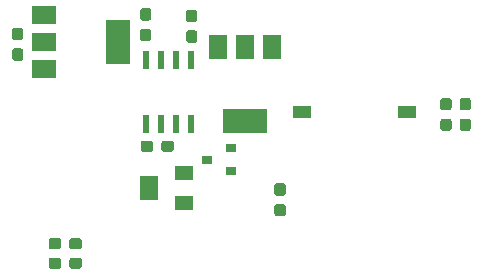
<source format=gbr>
G04 #@! TF.GenerationSoftware,KiCad,Pcbnew,5.0.2+dfsg1-1*
G04 #@! TF.CreationDate,2020-04-05T23:11:44-04:00*
G04 #@! TF.ProjectId,vreg-741,76726567-2d37-4343-912e-6b696361645f,rev?*
G04 #@! TF.SameCoordinates,Original*
G04 #@! TF.FileFunction,Paste,Top*
G04 #@! TF.FilePolarity,Positive*
%FSLAX46Y46*%
G04 Gerber Fmt 4.6, Leading zero omitted, Abs format (unit mm)*
G04 Created by KiCad (PCBNEW 5.0.2+dfsg1-1) date Sun 05 Apr 2020 11:11:44 PM EDT*
%MOMM*%
%LPD*%
G01*
G04 APERTURE LIST*
%ADD10R,1.500000X1.100000*%
%ADD11C,0.100000*%
%ADD12C,0.950000*%
%ADD13R,0.600000X1.550000*%
%ADD14R,3.800000X2.000000*%
%ADD15R,1.500000X2.000000*%
%ADD16R,0.900000X0.800000*%
%ADD17R,2.000000X3.800000*%
%ADD18R,2.000000X1.500000*%
%ADD19R,1.600000X1.300000*%
%ADD20R,1.600000X2.000000*%
G04 APERTURE END LIST*
D10*
G04 #@! TO.C,SW1*
X203890800Y-76860400D03*
X194990800Y-76860400D03*
G04 #@! TD*
D11*
G04 #@! TO.C,D1*
G36*
X176150139Y-89188144D02*
X176173194Y-89191563D01*
X176195803Y-89197227D01*
X176217747Y-89205079D01*
X176238817Y-89215044D01*
X176258808Y-89227026D01*
X176277528Y-89240910D01*
X176294798Y-89256562D01*
X176310450Y-89273832D01*
X176324334Y-89292552D01*
X176336316Y-89312543D01*
X176346281Y-89333613D01*
X176354133Y-89355557D01*
X176359797Y-89378166D01*
X176363216Y-89401221D01*
X176364360Y-89424500D01*
X176364360Y-89899500D01*
X176363216Y-89922779D01*
X176359797Y-89945834D01*
X176354133Y-89968443D01*
X176346281Y-89990387D01*
X176336316Y-90011457D01*
X176324334Y-90031448D01*
X176310450Y-90050168D01*
X176294798Y-90067438D01*
X176277528Y-90083090D01*
X176258808Y-90096974D01*
X176238817Y-90108956D01*
X176217747Y-90118921D01*
X176195803Y-90126773D01*
X176173194Y-90132437D01*
X176150139Y-90135856D01*
X176126860Y-90137000D01*
X175551860Y-90137000D01*
X175528581Y-90135856D01*
X175505526Y-90132437D01*
X175482917Y-90126773D01*
X175460973Y-90118921D01*
X175439903Y-90108956D01*
X175419912Y-90096974D01*
X175401192Y-90083090D01*
X175383922Y-90067438D01*
X175368270Y-90050168D01*
X175354386Y-90031448D01*
X175342404Y-90011457D01*
X175332439Y-89990387D01*
X175324587Y-89968443D01*
X175318923Y-89945834D01*
X175315504Y-89922779D01*
X175314360Y-89899500D01*
X175314360Y-89424500D01*
X175315504Y-89401221D01*
X175318923Y-89378166D01*
X175324587Y-89355557D01*
X175332439Y-89333613D01*
X175342404Y-89312543D01*
X175354386Y-89292552D01*
X175368270Y-89273832D01*
X175383922Y-89256562D01*
X175401192Y-89240910D01*
X175419912Y-89227026D01*
X175439903Y-89215044D01*
X175460973Y-89205079D01*
X175482917Y-89197227D01*
X175505526Y-89191563D01*
X175528581Y-89188144D01*
X175551860Y-89187000D01*
X176126860Y-89187000D01*
X176150139Y-89188144D01*
X176150139Y-89188144D01*
G37*
D12*
X175839360Y-89662000D03*
D11*
G36*
X174400139Y-89188144D02*
X174423194Y-89191563D01*
X174445803Y-89197227D01*
X174467747Y-89205079D01*
X174488817Y-89215044D01*
X174508808Y-89227026D01*
X174527528Y-89240910D01*
X174544798Y-89256562D01*
X174560450Y-89273832D01*
X174574334Y-89292552D01*
X174586316Y-89312543D01*
X174596281Y-89333613D01*
X174604133Y-89355557D01*
X174609797Y-89378166D01*
X174613216Y-89401221D01*
X174614360Y-89424500D01*
X174614360Y-89899500D01*
X174613216Y-89922779D01*
X174609797Y-89945834D01*
X174604133Y-89968443D01*
X174596281Y-89990387D01*
X174586316Y-90011457D01*
X174574334Y-90031448D01*
X174560450Y-90050168D01*
X174544798Y-90067438D01*
X174527528Y-90083090D01*
X174508808Y-90096974D01*
X174488817Y-90108956D01*
X174467747Y-90118921D01*
X174445803Y-90126773D01*
X174423194Y-90132437D01*
X174400139Y-90135856D01*
X174376860Y-90137000D01*
X173801860Y-90137000D01*
X173778581Y-90135856D01*
X173755526Y-90132437D01*
X173732917Y-90126773D01*
X173710973Y-90118921D01*
X173689903Y-90108956D01*
X173669912Y-90096974D01*
X173651192Y-90083090D01*
X173633922Y-90067438D01*
X173618270Y-90050168D01*
X173604386Y-90031448D01*
X173592404Y-90011457D01*
X173582439Y-89990387D01*
X173574587Y-89968443D01*
X173568923Y-89945834D01*
X173565504Y-89922779D01*
X173564360Y-89899500D01*
X173564360Y-89424500D01*
X173565504Y-89401221D01*
X173568923Y-89378166D01*
X173574587Y-89355557D01*
X173582439Y-89333613D01*
X173592404Y-89312543D01*
X173604386Y-89292552D01*
X173618270Y-89273832D01*
X173633922Y-89256562D01*
X173651192Y-89240910D01*
X173669912Y-89227026D01*
X173689903Y-89215044D01*
X173710973Y-89205079D01*
X173732917Y-89197227D01*
X173755526Y-89191563D01*
X173778581Y-89188144D01*
X173801860Y-89187000D01*
X174376860Y-89187000D01*
X174400139Y-89188144D01*
X174400139Y-89188144D01*
G37*
D12*
X174089360Y-89662000D03*
G04 #@! TD*
D11*
G04 #@! TO.C,D2*
G36*
X209086879Y-75666044D02*
X209109934Y-75669463D01*
X209132543Y-75675127D01*
X209154487Y-75682979D01*
X209175557Y-75692944D01*
X209195548Y-75704926D01*
X209214268Y-75718810D01*
X209231538Y-75734462D01*
X209247190Y-75751732D01*
X209261074Y-75770452D01*
X209273056Y-75790443D01*
X209283021Y-75811513D01*
X209290873Y-75833457D01*
X209296537Y-75856066D01*
X209299956Y-75879121D01*
X209301100Y-75902400D01*
X209301100Y-76477400D01*
X209299956Y-76500679D01*
X209296537Y-76523734D01*
X209290873Y-76546343D01*
X209283021Y-76568287D01*
X209273056Y-76589357D01*
X209261074Y-76609348D01*
X209247190Y-76628068D01*
X209231538Y-76645338D01*
X209214268Y-76660990D01*
X209195548Y-76674874D01*
X209175557Y-76686856D01*
X209154487Y-76696821D01*
X209132543Y-76704673D01*
X209109934Y-76710337D01*
X209086879Y-76713756D01*
X209063600Y-76714900D01*
X208588600Y-76714900D01*
X208565321Y-76713756D01*
X208542266Y-76710337D01*
X208519657Y-76704673D01*
X208497713Y-76696821D01*
X208476643Y-76686856D01*
X208456652Y-76674874D01*
X208437932Y-76660990D01*
X208420662Y-76645338D01*
X208405010Y-76628068D01*
X208391126Y-76609348D01*
X208379144Y-76589357D01*
X208369179Y-76568287D01*
X208361327Y-76546343D01*
X208355663Y-76523734D01*
X208352244Y-76500679D01*
X208351100Y-76477400D01*
X208351100Y-75902400D01*
X208352244Y-75879121D01*
X208355663Y-75856066D01*
X208361327Y-75833457D01*
X208369179Y-75811513D01*
X208379144Y-75790443D01*
X208391126Y-75770452D01*
X208405010Y-75751732D01*
X208420662Y-75734462D01*
X208437932Y-75718810D01*
X208456652Y-75704926D01*
X208476643Y-75692944D01*
X208497713Y-75682979D01*
X208519657Y-75675127D01*
X208542266Y-75669463D01*
X208565321Y-75666044D01*
X208588600Y-75664900D01*
X209063600Y-75664900D01*
X209086879Y-75666044D01*
X209086879Y-75666044D01*
G37*
D12*
X208826100Y-76189900D03*
D11*
G36*
X209086879Y-77416044D02*
X209109934Y-77419463D01*
X209132543Y-77425127D01*
X209154487Y-77432979D01*
X209175557Y-77442944D01*
X209195548Y-77454926D01*
X209214268Y-77468810D01*
X209231538Y-77484462D01*
X209247190Y-77501732D01*
X209261074Y-77520452D01*
X209273056Y-77540443D01*
X209283021Y-77561513D01*
X209290873Y-77583457D01*
X209296537Y-77606066D01*
X209299956Y-77629121D01*
X209301100Y-77652400D01*
X209301100Y-78227400D01*
X209299956Y-78250679D01*
X209296537Y-78273734D01*
X209290873Y-78296343D01*
X209283021Y-78318287D01*
X209273056Y-78339357D01*
X209261074Y-78359348D01*
X209247190Y-78378068D01*
X209231538Y-78395338D01*
X209214268Y-78410990D01*
X209195548Y-78424874D01*
X209175557Y-78436856D01*
X209154487Y-78446821D01*
X209132543Y-78454673D01*
X209109934Y-78460337D01*
X209086879Y-78463756D01*
X209063600Y-78464900D01*
X208588600Y-78464900D01*
X208565321Y-78463756D01*
X208542266Y-78460337D01*
X208519657Y-78454673D01*
X208497713Y-78446821D01*
X208476643Y-78436856D01*
X208456652Y-78424874D01*
X208437932Y-78410990D01*
X208420662Y-78395338D01*
X208405010Y-78378068D01*
X208391126Y-78359348D01*
X208379144Y-78339357D01*
X208369179Y-78318287D01*
X208361327Y-78296343D01*
X208355663Y-78273734D01*
X208352244Y-78250679D01*
X208351100Y-78227400D01*
X208351100Y-77652400D01*
X208352244Y-77629121D01*
X208355663Y-77606066D01*
X208361327Y-77583457D01*
X208369179Y-77561513D01*
X208379144Y-77540443D01*
X208391126Y-77520452D01*
X208405010Y-77501732D01*
X208420662Y-77484462D01*
X208437932Y-77468810D01*
X208456652Y-77454926D01*
X208476643Y-77442944D01*
X208497713Y-77432979D01*
X208519657Y-77425127D01*
X208542266Y-77419463D01*
X208565321Y-77416044D01*
X208588600Y-77414900D01*
X209063600Y-77414900D01*
X209086879Y-77416044D01*
X209086879Y-77416044D01*
G37*
D12*
X208826100Y-77939900D03*
G04 #@! TD*
D13*
G04 #@! TO.C,U1*
X181820500Y-77837500D03*
X183090500Y-77837500D03*
X184360500Y-77837500D03*
X185630500Y-77837500D03*
X185630500Y-72437500D03*
X184360500Y-72437500D03*
X183090500Y-72437500D03*
X181820500Y-72437500D03*
G04 #@! TD*
D14*
G04 #@! TO.C,Q2*
X190182500Y-77635500D03*
D15*
X190182500Y-71335500D03*
X187882500Y-71335500D03*
X192482500Y-71335500D03*
G04 #@! TD*
D16*
G04 #@! TO.C,D3*
X188960000Y-81849000D03*
X188960000Y-79949000D03*
X186960000Y-80899000D03*
G04 #@! TD*
D11*
G04 #@! TO.C,C1*
G36*
X193415079Y-82891044D02*
X193438134Y-82894463D01*
X193460743Y-82900127D01*
X193482687Y-82907979D01*
X193503757Y-82917944D01*
X193523748Y-82929926D01*
X193542468Y-82943810D01*
X193559738Y-82959462D01*
X193575390Y-82976732D01*
X193589274Y-82995452D01*
X193601256Y-83015443D01*
X193611221Y-83036513D01*
X193619073Y-83058457D01*
X193624737Y-83081066D01*
X193628156Y-83104121D01*
X193629300Y-83127400D01*
X193629300Y-83702400D01*
X193628156Y-83725679D01*
X193624737Y-83748734D01*
X193619073Y-83771343D01*
X193611221Y-83793287D01*
X193601256Y-83814357D01*
X193589274Y-83834348D01*
X193575390Y-83853068D01*
X193559738Y-83870338D01*
X193542468Y-83885990D01*
X193523748Y-83899874D01*
X193503757Y-83911856D01*
X193482687Y-83921821D01*
X193460743Y-83929673D01*
X193438134Y-83935337D01*
X193415079Y-83938756D01*
X193391800Y-83939900D01*
X192916800Y-83939900D01*
X192893521Y-83938756D01*
X192870466Y-83935337D01*
X192847857Y-83929673D01*
X192825913Y-83921821D01*
X192804843Y-83911856D01*
X192784852Y-83899874D01*
X192766132Y-83885990D01*
X192748862Y-83870338D01*
X192733210Y-83853068D01*
X192719326Y-83834348D01*
X192707344Y-83814357D01*
X192697379Y-83793287D01*
X192689527Y-83771343D01*
X192683863Y-83748734D01*
X192680444Y-83725679D01*
X192679300Y-83702400D01*
X192679300Y-83127400D01*
X192680444Y-83104121D01*
X192683863Y-83081066D01*
X192689527Y-83058457D01*
X192697379Y-83036513D01*
X192707344Y-83015443D01*
X192719326Y-82995452D01*
X192733210Y-82976732D01*
X192748862Y-82959462D01*
X192766132Y-82943810D01*
X192784852Y-82929926D01*
X192804843Y-82917944D01*
X192825913Y-82907979D01*
X192847857Y-82900127D01*
X192870466Y-82894463D01*
X192893521Y-82891044D01*
X192916800Y-82889900D01*
X193391800Y-82889900D01*
X193415079Y-82891044D01*
X193415079Y-82891044D01*
G37*
D12*
X193154300Y-83414900D03*
D11*
G36*
X193415079Y-84641044D02*
X193438134Y-84644463D01*
X193460743Y-84650127D01*
X193482687Y-84657979D01*
X193503757Y-84667944D01*
X193523748Y-84679926D01*
X193542468Y-84693810D01*
X193559738Y-84709462D01*
X193575390Y-84726732D01*
X193589274Y-84745452D01*
X193601256Y-84765443D01*
X193611221Y-84786513D01*
X193619073Y-84808457D01*
X193624737Y-84831066D01*
X193628156Y-84854121D01*
X193629300Y-84877400D01*
X193629300Y-85452400D01*
X193628156Y-85475679D01*
X193624737Y-85498734D01*
X193619073Y-85521343D01*
X193611221Y-85543287D01*
X193601256Y-85564357D01*
X193589274Y-85584348D01*
X193575390Y-85603068D01*
X193559738Y-85620338D01*
X193542468Y-85635990D01*
X193523748Y-85649874D01*
X193503757Y-85661856D01*
X193482687Y-85671821D01*
X193460743Y-85679673D01*
X193438134Y-85685337D01*
X193415079Y-85688756D01*
X193391800Y-85689900D01*
X192916800Y-85689900D01*
X192893521Y-85688756D01*
X192870466Y-85685337D01*
X192847857Y-85679673D01*
X192825913Y-85671821D01*
X192804843Y-85661856D01*
X192784852Y-85649874D01*
X192766132Y-85635990D01*
X192748862Y-85620338D01*
X192733210Y-85603068D01*
X192719326Y-85584348D01*
X192707344Y-85564357D01*
X192697379Y-85543287D01*
X192689527Y-85521343D01*
X192683863Y-85498734D01*
X192680444Y-85475679D01*
X192679300Y-85452400D01*
X192679300Y-84877400D01*
X192680444Y-84854121D01*
X192683863Y-84831066D01*
X192689527Y-84808457D01*
X192697379Y-84786513D01*
X192707344Y-84765443D01*
X192719326Y-84745452D01*
X192733210Y-84726732D01*
X192748862Y-84709462D01*
X192766132Y-84693810D01*
X192784852Y-84679926D01*
X192804843Y-84667944D01*
X192825913Y-84657979D01*
X192847857Y-84650127D01*
X192870466Y-84644463D01*
X192893521Y-84641044D01*
X192916800Y-84639900D01*
X193391800Y-84639900D01*
X193415079Y-84641044D01*
X193415079Y-84641044D01*
G37*
D12*
X193154300Y-85164900D03*
G04 #@! TD*
D11*
G04 #@! TO.C,C2*
G36*
X183938779Y-79282144D02*
X183961834Y-79285563D01*
X183984443Y-79291227D01*
X184006387Y-79299079D01*
X184027457Y-79309044D01*
X184047448Y-79321026D01*
X184066168Y-79334910D01*
X184083438Y-79350562D01*
X184099090Y-79367832D01*
X184112974Y-79386552D01*
X184124956Y-79406543D01*
X184134921Y-79427613D01*
X184142773Y-79449557D01*
X184148437Y-79472166D01*
X184151856Y-79495221D01*
X184153000Y-79518500D01*
X184153000Y-79993500D01*
X184151856Y-80016779D01*
X184148437Y-80039834D01*
X184142773Y-80062443D01*
X184134921Y-80084387D01*
X184124956Y-80105457D01*
X184112974Y-80125448D01*
X184099090Y-80144168D01*
X184083438Y-80161438D01*
X184066168Y-80177090D01*
X184047448Y-80190974D01*
X184027457Y-80202956D01*
X184006387Y-80212921D01*
X183984443Y-80220773D01*
X183961834Y-80226437D01*
X183938779Y-80229856D01*
X183915500Y-80231000D01*
X183340500Y-80231000D01*
X183317221Y-80229856D01*
X183294166Y-80226437D01*
X183271557Y-80220773D01*
X183249613Y-80212921D01*
X183228543Y-80202956D01*
X183208552Y-80190974D01*
X183189832Y-80177090D01*
X183172562Y-80161438D01*
X183156910Y-80144168D01*
X183143026Y-80125448D01*
X183131044Y-80105457D01*
X183121079Y-80084387D01*
X183113227Y-80062443D01*
X183107563Y-80039834D01*
X183104144Y-80016779D01*
X183103000Y-79993500D01*
X183103000Y-79518500D01*
X183104144Y-79495221D01*
X183107563Y-79472166D01*
X183113227Y-79449557D01*
X183121079Y-79427613D01*
X183131044Y-79406543D01*
X183143026Y-79386552D01*
X183156910Y-79367832D01*
X183172562Y-79350562D01*
X183189832Y-79334910D01*
X183208552Y-79321026D01*
X183228543Y-79309044D01*
X183249613Y-79299079D01*
X183271557Y-79291227D01*
X183294166Y-79285563D01*
X183317221Y-79282144D01*
X183340500Y-79281000D01*
X183915500Y-79281000D01*
X183938779Y-79282144D01*
X183938779Y-79282144D01*
G37*
D12*
X183628000Y-79756000D03*
D11*
G36*
X182188779Y-79282144D02*
X182211834Y-79285563D01*
X182234443Y-79291227D01*
X182256387Y-79299079D01*
X182277457Y-79309044D01*
X182297448Y-79321026D01*
X182316168Y-79334910D01*
X182333438Y-79350562D01*
X182349090Y-79367832D01*
X182362974Y-79386552D01*
X182374956Y-79406543D01*
X182384921Y-79427613D01*
X182392773Y-79449557D01*
X182398437Y-79472166D01*
X182401856Y-79495221D01*
X182403000Y-79518500D01*
X182403000Y-79993500D01*
X182401856Y-80016779D01*
X182398437Y-80039834D01*
X182392773Y-80062443D01*
X182384921Y-80084387D01*
X182374956Y-80105457D01*
X182362974Y-80125448D01*
X182349090Y-80144168D01*
X182333438Y-80161438D01*
X182316168Y-80177090D01*
X182297448Y-80190974D01*
X182277457Y-80202956D01*
X182256387Y-80212921D01*
X182234443Y-80220773D01*
X182211834Y-80226437D01*
X182188779Y-80229856D01*
X182165500Y-80231000D01*
X181590500Y-80231000D01*
X181567221Y-80229856D01*
X181544166Y-80226437D01*
X181521557Y-80220773D01*
X181499613Y-80212921D01*
X181478543Y-80202956D01*
X181458552Y-80190974D01*
X181439832Y-80177090D01*
X181422562Y-80161438D01*
X181406910Y-80144168D01*
X181393026Y-80125448D01*
X181381044Y-80105457D01*
X181371079Y-80084387D01*
X181363227Y-80062443D01*
X181357563Y-80039834D01*
X181354144Y-80016779D01*
X181353000Y-79993500D01*
X181353000Y-79518500D01*
X181354144Y-79495221D01*
X181357563Y-79472166D01*
X181363227Y-79449557D01*
X181371079Y-79427613D01*
X181381044Y-79406543D01*
X181393026Y-79386552D01*
X181406910Y-79367832D01*
X181422562Y-79350562D01*
X181439832Y-79334910D01*
X181458552Y-79321026D01*
X181478543Y-79309044D01*
X181499613Y-79299079D01*
X181521557Y-79291227D01*
X181544166Y-79285563D01*
X181567221Y-79282144D01*
X181590500Y-79281000D01*
X182165500Y-79281000D01*
X182188779Y-79282144D01*
X182188779Y-79282144D01*
G37*
D12*
X181878000Y-79756000D03*
G04 #@! TD*
D11*
G04 #@! TO.C,C3*
G36*
X185934779Y-69947144D02*
X185957834Y-69950563D01*
X185980443Y-69956227D01*
X186002387Y-69964079D01*
X186023457Y-69974044D01*
X186043448Y-69986026D01*
X186062168Y-69999910D01*
X186079438Y-70015562D01*
X186095090Y-70032832D01*
X186108974Y-70051552D01*
X186120956Y-70071543D01*
X186130921Y-70092613D01*
X186138773Y-70114557D01*
X186144437Y-70137166D01*
X186147856Y-70160221D01*
X186149000Y-70183500D01*
X186149000Y-70758500D01*
X186147856Y-70781779D01*
X186144437Y-70804834D01*
X186138773Y-70827443D01*
X186130921Y-70849387D01*
X186120956Y-70870457D01*
X186108974Y-70890448D01*
X186095090Y-70909168D01*
X186079438Y-70926438D01*
X186062168Y-70942090D01*
X186043448Y-70955974D01*
X186023457Y-70967956D01*
X186002387Y-70977921D01*
X185980443Y-70985773D01*
X185957834Y-70991437D01*
X185934779Y-70994856D01*
X185911500Y-70996000D01*
X185436500Y-70996000D01*
X185413221Y-70994856D01*
X185390166Y-70991437D01*
X185367557Y-70985773D01*
X185345613Y-70977921D01*
X185324543Y-70967956D01*
X185304552Y-70955974D01*
X185285832Y-70942090D01*
X185268562Y-70926438D01*
X185252910Y-70909168D01*
X185239026Y-70890448D01*
X185227044Y-70870457D01*
X185217079Y-70849387D01*
X185209227Y-70827443D01*
X185203563Y-70804834D01*
X185200144Y-70781779D01*
X185199000Y-70758500D01*
X185199000Y-70183500D01*
X185200144Y-70160221D01*
X185203563Y-70137166D01*
X185209227Y-70114557D01*
X185217079Y-70092613D01*
X185227044Y-70071543D01*
X185239026Y-70051552D01*
X185252910Y-70032832D01*
X185268562Y-70015562D01*
X185285832Y-69999910D01*
X185304552Y-69986026D01*
X185324543Y-69974044D01*
X185345613Y-69964079D01*
X185367557Y-69956227D01*
X185390166Y-69950563D01*
X185413221Y-69947144D01*
X185436500Y-69946000D01*
X185911500Y-69946000D01*
X185934779Y-69947144D01*
X185934779Y-69947144D01*
G37*
D12*
X185674000Y-70471000D03*
D11*
G36*
X185934779Y-68197144D02*
X185957834Y-68200563D01*
X185980443Y-68206227D01*
X186002387Y-68214079D01*
X186023457Y-68224044D01*
X186043448Y-68236026D01*
X186062168Y-68249910D01*
X186079438Y-68265562D01*
X186095090Y-68282832D01*
X186108974Y-68301552D01*
X186120956Y-68321543D01*
X186130921Y-68342613D01*
X186138773Y-68364557D01*
X186144437Y-68387166D01*
X186147856Y-68410221D01*
X186149000Y-68433500D01*
X186149000Y-69008500D01*
X186147856Y-69031779D01*
X186144437Y-69054834D01*
X186138773Y-69077443D01*
X186130921Y-69099387D01*
X186120956Y-69120457D01*
X186108974Y-69140448D01*
X186095090Y-69159168D01*
X186079438Y-69176438D01*
X186062168Y-69192090D01*
X186043448Y-69205974D01*
X186023457Y-69217956D01*
X186002387Y-69227921D01*
X185980443Y-69235773D01*
X185957834Y-69241437D01*
X185934779Y-69244856D01*
X185911500Y-69246000D01*
X185436500Y-69246000D01*
X185413221Y-69244856D01*
X185390166Y-69241437D01*
X185367557Y-69235773D01*
X185345613Y-69227921D01*
X185324543Y-69217956D01*
X185304552Y-69205974D01*
X185285832Y-69192090D01*
X185268562Y-69176438D01*
X185252910Y-69159168D01*
X185239026Y-69140448D01*
X185227044Y-69120457D01*
X185217079Y-69099387D01*
X185209227Y-69077443D01*
X185203563Y-69054834D01*
X185200144Y-69031779D01*
X185199000Y-69008500D01*
X185199000Y-68433500D01*
X185200144Y-68410221D01*
X185203563Y-68387166D01*
X185209227Y-68364557D01*
X185217079Y-68342613D01*
X185227044Y-68321543D01*
X185239026Y-68301552D01*
X185252910Y-68282832D01*
X185268562Y-68265562D01*
X185285832Y-68249910D01*
X185304552Y-68236026D01*
X185324543Y-68224044D01*
X185345613Y-68214079D01*
X185367557Y-68206227D01*
X185390166Y-68200563D01*
X185413221Y-68197144D01*
X185436500Y-68196000D01*
X185911500Y-68196000D01*
X185934779Y-68197144D01*
X185934779Y-68197144D01*
G37*
D12*
X185674000Y-68721000D03*
G04 #@! TD*
D11*
G04 #@! TO.C,R1*
G36*
X176150139Y-87535933D02*
X176173194Y-87539352D01*
X176195803Y-87545016D01*
X176217747Y-87552868D01*
X176238817Y-87562833D01*
X176258808Y-87574815D01*
X176277528Y-87588699D01*
X176294798Y-87604351D01*
X176310450Y-87621621D01*
X176324334Y-87640341D01*
X176336316Y-87660332D01*
X176346281Y-87681402D01*
X176354133Y-87703346D01*
X176359797Y-87725955D01*
X176363216Y-87749010D01*
X176364360Y-87772289D01*
X176364360Y-88247289D01*
X176363216Y-88270568D01*
X176359797Y-88293623D01*
X176354133Y-88316232D01*
X176346281Y-88338176D01*
X176336316Y-88359246D01*
X176324334Y-88379237D01*
X176310450Y-88397957D01*
X176294798Y-88415227D01*
X176277528Y-88430879D01*
X176258808Y-88444763D01*
X176238817Y-88456745D01*
X176217747Y-88466710D01*
X176195803Y-88474562D01*
X176173194Y-88480226D01*
X176150139Y-88483645D01*
X176126860Y-88484789D01*
X175551860Y-88484789D01*
X175528581Y-88483645D01*
X175505526Y-88480226D01*
X175482917Y-88474562D01*
X175460973Y-88466710D01*
X175439903Y-88456745D01*
X175419912Y-88444763D01*
X175401192Y-88430879D01*
X175383922Y-88415227D01*
X175368270Y-88397957D01*
X175354386Y-88379237D01*
X175342404Y-88359246D01*
X175332439Y-88338176D01*
X175324587Y-88316232D01*
X175318923Y-88293623D01*
X175315504Y-88270568D01*
X175314360Y-88247289D01*
X175314360Y-87772289D01*
X175315504Y-87749010D01*
X175318923Y-87725955D01*
X175324587Y-87703346D01*
X175332439Y-87681402D01*
X175342404Y-87660332D01*
X175354386Y-87640341D01*
X175368270Y-87621621D01*
X175383922Y-87604351D01*
X175401192Y-87588699D01*
X175419912Y-87574815D01*
X175439903Y-87562833D01*
X175460973Y-87552868D01*
X175482917Y-87545016D01*
X175505526Y-87539352D01*
X175528581Y-87535933D01*
X175551860Y-87534789D01*
X176126860Y-87534789D01*
X176150139Y-87535933D01*
X176150139Y-87535933D01*
G37*
D12*
X175839360Y-88009789D03*
D11*
G36*
X174400139Y-87535933D02*
X174423194Y-87539352D01*
X174445803Y-87545016D01*
X174467747Y-87552868D01*
X174488817Y-87562833D01*
X174508808Y-87574815D01*
X174527528Y-87588699D01*
X174544798Y-87604351D01*
X174560450Y-87621621D01*
X174574334Y-87640341D01*
X174586316Y-87660332D01*
X174596281Y-87681402D01*
X174604133Y-87703346D01*
X174609797Y-87725955D01*
X174613216Y-87749010D01*
X174614360Y-87772289D01*
X174614360Y-88247289D01*
X174613216Y-88270568D01*
X174609797Y-88293623D01*
X174604133Y-88316232D01*
X174596281Y-88338176D01*
X174586316Y-88359246D01*
X174574334Y-88379237D01*
X174560450Y-88397957D01*
X174544798Y-88415227D01*
X174527528Y-88430879D01*
X174508808Y-88444763D01*
X174488817Y-88456745D01*
X174467747Y-88466710D01*
X174445803Y-88474562D01*
X174423194Y-88480226D01*
X174400139Y-88483645D01*
X174376860Y-88484789D01*
X173801860Y-88484789D01*
X173778581Y-88483645D01*
X173755526Y-88480226D01*
X173732917Y-88474562D01*
X173710973Y-88466710D01*
X173689903Y-88456745D01*
X173669912Y-88444763D01*
X173651192Y-88430879D01*
X173633922Y-88415227D01*
X173618270Y-88397957D01*
X173604386Y-88379237D01*
X173592404Y-88359246D01*
X173582439Y-88338176D01*
X173574587Y-88316232D01*
X173568923Y-88293623D01*
X173565504Y-88270568D01*
X173564360Y-88247289D01*
X173564360Y-87772289D01*
X173565504Y-87749010D01*
X173568923Y-87725955D01*
X173574587Y-87703346D01*
X173582439Y-87681402D01*
X173592404Y-87660332D01*
X173604386Y-87640341D01*
X173618270Y-87621621D01*
X173633922Y-87604351D01*
X173651192Y-87588699D01*
X173669912Y-87574815D01*
X173689903Y-87562833D01*
X173710973Y-87552868D01*
X173732917Y-87545016D01*
X173755526Y-87539352D01*
X173778581Y-87535933D01*
X173801860Y-87534789D01*
X174376860Y-87534789D01*
X174400139Y-87535933D01*
X174400139Y-87535933D01*
G37*
D12*
X174089360Y-88009789D03*
G04 #@! TD*
D11*
G04 #@! TO.C,R2*
G36*
X207461279Y-75664744D02*
X207484334Y-75668163D01*
X207506943Y-75673827D01*
X207528887Y-75681679D01*
X207549957Y-75691644D01*
X207569948Y-75703626D01*
X207588668Y-75717510D01*
X207605938Y-75733162D01*
X207621590Y-75750432D01*
X207635474Y-75769152D01*
X207647456Y-75789143D01*
X207657421Y-75810213D01*
X207665273Y-75832157D01*
X207670937Y-75854766D01*
X207674356Y-75877821D01*
X207675500Y-75901100D01*
X207675500Y-76476100D01*
X207674356Y-76499379D01*
X207670937Y-76522434D01*
X207665273Y-76545043D01*
X207657421Y-76566987D01*
X207647456Y-76588057D01*
X207635474Y-76608048D01*
X207621590Y-76626768D01*
X207605938Y-76644038D01*
X207588668Y-76659690D01*
X207569948Y-76673574D01*
X207549957Y-76685556D01*
X207528887Y-76695521D01*
X207506943Y-76703373D01*
X207484334Y-76709037D01*
X207461279Y-76712456D01*
X207438000Y-76713600D01*
X206963000Y-76713600D01*
X206939721Y-76712456D01*
X206916666Y-76709037D01*
X206894057Y-76703373D01*
X206872113Y-76695521D01*
X206851043Y-76685556D01*
X206831052Y-76673574D01*
X206812332Y-76659690D01*
X206795062Y-76644038D01*
X206779410Y-76626768D01*
X206765526Y-76608048D01*
X206753544Y-76588057D01*
X206743579Y-76566987D01*
X206735727Y-76545043D01*
X206730063Y-76522434D01*
X206726644Y-76499379D01*
X206725500Y-76476100D01*
X206725500Y-75901100D01*
X206726644Y-75877821D01*
X206730063Y-75854766D01*
X206735727Y-75832157D01*
X206743579Y-75810213D01*
X206753544Y-75789143D01*
X206765526Y-75769152D01*
X206779410Y-75750432D01*
X206795062Y-75733162D01*
X206812332Y-75717510D01*
X206831052Y-75703626D01*
X206851043Y-75691644D01*
X206872113Y-75681679D01*
X206894057Y-75673827D01*
X206916666Y-75668163D01*
X206939721Y-75664744D01*
X206963000Y-75663600D01*
X207438000Y-75663600D01*
X207461279Y-75664744D01*
X207461279Y-75664744D01*
G37*
D12*
X207200500Y-76188600D03*
D11*
G36*
X207461279Y-77414744D02*
X207484334Y-77418163D01*
X207506943Y-77423827D01*
X207528887Y-77431679D01*
X207549957Y-77441644D01*
X207569948Y-77453626D01*
X207588668Y-77467510D01*
X207605938Y-77483162D01*
X207621590Y-77500432D01*
X207635474Y-77519152D01*
X207647456Y-77539143D01*
X207657421Y-77560213D01*
X207665273Y-77582157D01*
X207670937Y-77604766D01*
X207674356Y-77627821D01*
X207675500Y-77651100D01*
X207675500Y-78226100D01*
X207674356Y-78249379D01*
X207670937Y-78272434D01*
X207665273Y-78295043D01*
X207657421Y-78316987D01*
X207647456Y-78338057D01*
X207635474Y-78358048D01*
X207621590Y-78376768D01*
X207605938Y-78394038D01*
X207588668Y-78409690D01*
X207569948Y-78423574D01*
X207549957Y-78435556D01*
X207528887Y-78445521D01*
X207506943Y-78453373D01*
X207484334Y-78459037D01*
X207461279Y-78462456D01*
X207438000Y-78463600D01*
X206963000Y-78463600D01*
X206939721Y-78462456D01*
X206916666Y-78459037D01*
X206894057Y-78453373D01*
X206872113Y-78445521D01*
X206851043Y-78435556D01*
X206831052Y-78423574D01*
X206812332Y-78409690D01*
X206795062Y-78394038D01*
X206779410Y-78376768D01*
X206765526Y-78358048D01*
X206753544Y-78338057D01*
X206743579Y-78316987D01*
X206735727Y-78295043D01*
X206730063Y-78272434D01*
X206726644Y-78249379D01*
X206725500Y-78226100D01*
X206725500Y-77651100D01*
X206726644Y-77627821D01*
X206730063Y-77604766D01*
X206735727Y-77582157D01*
X206743579Y-77560213D01*
X206753544Y-77539143D01*
X206765526Y-77519152D01*
X206779410Y-77500432D01*
X206795062Y-77483162D01*
X206812332Y-77467510D01*
X206831052Y-77453626D01*
X206851043Y-77441644D01*
X206872113Y-77431679D01*
X206894057Y-77423827D01*
X206916666Y-77418163D01*
X206939721Y-77414744D01*
X206963000Y-77413600D01*
X207438000Y-77413600D01*
X207461279Y-77414744D01*
X207461279Y-77414744D01*
G37*
D12*
X207200500Y-77938600D03*
G04 #@! TD*
D11*
G04 #@! TO.C,R3*
G36*
X182037779Y-69820144D02*
X182060834Y-69823563D01*
X182083443Y-69829227D01*
X182105387Y-69837079D01*
X182126457Y-69847044D01*
X182146448Y-69859026D01*
X182165168Y-69872910D01*
X182182438Y-69888562D01*
X182198090Y-69905832D01*
X182211974Y-69924552D01*
X182223956Y-69944543D01*
X182233921Y-69965613D01*
X182241773Y-69987557D01*
X182247437Y-70010166D01*
X182250856Y-70033221D01*
X182252000Y-70056500D01*
X182252000Y-70631500D01*
X182250856Y-70654779D01*
X182247437Y-70677834D01*
X182241773Y-70700443D01*
X182233921Y-70722387D01*
X182223956Y-70743457D01*
X182211974Y-70763448D01*
X182198090Y-70782168D01*
X182182438Y-70799438D01*
X182165168Y-70815090D01*
X182146448Y-70828974D01*
X182126457Y-70840956D01*
X182105387Y-70850921D01*
X182083443Y-70858773D01*
X182060834Y-70864437D01*
X182037779Y-70867856D01*
X182014500Y-70869000D01*
X181539500Y-70869000D01*
X181516221Y-70867856D01*
X181493166Y-70864437D01*
X181470557Y-70858773D01*
X181448613Y-70850921D01*
X181427543Y-70840956D01*
X181407552Y-70828974D01*
X181388832Y-70815090D01*
X181371562Y-70799438D01*
X181355910Y-70782168D01*
X181342026Y-70763448D01*
X181330044Y-70743457D01*
X181320079Y-70722387D01*
X181312227Y-70700443D01*
X181306563Y-70677834D01*
X181303144Y-70654779D01*
X181302000Y-70631500D01*
X181302000Y-70056500D01*
X181303144Y-70033221D01*
X181306563Y-70010166D01*
X181312227Y-69987557D01*
X181320079Y-69965613D01*
X181330044Y-69944543D01*
X181342026Y-69924552D01*
X181355910Y-69905832D01*
X181371562Y-69888562D01*
X181388832Y-69872910D01*
X181407552Y-69859026D01*
X181427543Y-69847044D01*
X181448613Y-69837079D01*
X181470557Y-69829227D01*
X181493166Y-69823563D01*
X181516221Y-69820144D01*
X181539500Y-69819000D01*
X182014500Y-69819000D01*
X182037779Y-69820144D01*
X182037779Y-69820144D01*
G37*
D12*
X181777000Y-70344000D03*
D11*
G36*
X182037779Y-68070144D02*
X182060834Y-68073563D01*
X182083443Y-68079227D01*
X182105387Y-68087079D01*
X182126457Y-68097044D01*
X182146448Y-68109026D01*
X182165168Y-68122910D01*
X182182438Y-68138562D01*
X182198090Y-68155832D01*
X182211974Y-68174552D01*
X182223956Y-68194543D01*
X182233921Y-68215613D01*
X182241773Y-68237557D01*
X182247437Y-68260166D01*
X182250856Y-68283221D01*
X182252000Y-68306500D01*
X182252000Y-68881500D01*
X182250856Y-68904779D01*
X182247437Y-68927834D01*
X182241773Y-68950443D01*
X182233921Y-68972387D01*
X182223956Y-68993457D01*
X182211974Y-69013448D01*
X182198090Y-69032168D01*
X182182438Y-69049438D01*
X182165168Y-69065090D01*
X182146448Y-69078974D01*
X182126457Y-69090956D01*
X182105387Y-69100921D01*
X182083443Y-69108773D01*
X182060834Y-69114437D01*
X182037779Y-69117856D01*
X182014500Y-69119000D01*
X181539500Y-69119000D01*
X181516221Y-69117856D01*
X181493166Y-69114437D01*
X181470557Y-69108773D01*
X181448613Y-69100921D01*
X181427543Y-69090956D01*
X181407552Y-69078974D01*
X181388832Y-69065090D01*
X181371562Y-69049438D01*
X181355910Y-69032168D01*
X181342026Y-69013448D01*
X181330044Y-68993457D01*
X181320079Y-68972387D01*
X181312227Y-68950443D01*
X181306563Y-68927834D01*
X181303144Y-68904779D01*
X181302000Y-68881500D01*
X181302000Y-68306500D01*
X181303144Y-68283221D01*
X181306563Y-68260166D01*
X181312227Y-68237557D01*
X181320079Y-68215613D01*
X181330044Y-68194543D01*
X181342026Y-68174552D01*
X181355910Y-68155832D01*
X181371562Y-68138562D01*
X181388832Y-68122910D01*
X181407552Y-68109026D01*
X181427543Y-68097044D01*
X181448613Y-68087079D01*
X181470557Y-68079227D01*
X181493166Y-68073563D01*
X181516221Y-68070144D01*
X181539500Y-68069000D01*
X182014500Y-68069000D01*
X182037779Y-68070144D01*
X182037779Y-68070144D01*
G37*
D12*
X181777000Y-68594000D03*
G04 #@! TD*
D17*
G04 #@! TO.C,Q1*
X179464500Y-70943500D03*
D18*
X173164500Y-70943500D03*
X173164500Y-73243500D03*
X173164500Y-68643500D03*
G04 #@! TD*
D19*
G04 #@! TO.C,RV1*
X184990400Y-84551600D03*
D20*
X182090400Y-83301600D03*
D19*
X184990400Y-82051600D03*
G04 #@! TD*
D11*
G04 #@! TO.C,R4*
G36*
X171202779Y-71471144D02*
X171225834Y-71474563D01*
X171248443Y-71480227D01*
X171270387Y-71488079D01*
X171291457Y-71498044D01*
X171311448Y-71510026D01*
X171330168Y-71523910D01*
X171347438Y-71539562D01*
X171363090Y-71556832D01*
X171376974Y-71575552D01*
X171388956Y-71595543D01*
X171398921Y-71616613D01*
X171406773Y-71638557D01*
X171412437Y-71661166D01*
X171415856Y-71684221D01*
X171417000Y-71707500D01*
X171417000Y-72282500D01*
X171415856Y-72305779D01*
X171412437Y-72328834D01*
X171406773Y-72351443D01*
X171398921Y-72373387D01*
X171388956Y-72394457D01*
X171376974Y-72414448D01*
X171363090Y-72433168D01*
X171347438Y-72450438D01*
X171330168Y-72466090D01*
X171311448Y-72479974D01*
X171291457Y-72491956D01*
X171270387Y-72501921D01*
X171248443Y-72509773D01*
X171225834Y-72515437D01*
X171202779Y-72518856D01*
X171179500Y-72520000D01*
X170704500Y-72520000D01*
X170681221Y-72518856D01*
X170658166Y-72515437D01*
X170635557Y-72509773D01*
X170613613Y-72501921D01*
X170592543Y-72491956D01*
X170572552Y-72479974D01*
X170553832Y-72466090D01*
X170536562Y-72450438D01*
X170520910Y-72433168D01*
X170507026Y-72414448D01*
X170495044Y-72394457D01*
X170485079Y-72373387D01*
X170477227Y-72351443D01*
X170471563Y-72328834D01*
X170468144Y-72305779D01*
X170467000Y-72282500D01*
X170467000Y-71707500D01*
X170468144Y-71684221D01*
X170471563Y-71661166D01*
X170477227Y-71638557D01*
X170485079Y-71616613D01*
X170495044Y-71595543D01*
X170507026Y-71575552D01*
X170520910Y-71556832D01*
X170536562Y-71539562D01*
X170553832Y-71523910D01*
X170572552Y-71510026D01*
X170592543Y-71498044D01*
X170613613Y-71488079D01*
X170635557Y-71480227D01*
X170658166Y-71474563D01*
X170681221Y-71471144D01*
X170704500Y-71470000D01*
X171179500Y-71470000D01*
X171202779Y-71471144D01*
X171202779Y-71471144D01*
G37*
D12*
X170942000Y-71995000D03*
D11*
G36*
X171202779Y-69721144D02*
X171225834Y-69724563D01*
X171248443Y-69730227D01*
X171270387Y-69738079D01*
X171291457Y-69748044D01*
X171311448Y-69760026D01*
X171330168Y-69773910D01*
X171347438Y-69789562D01*
X171363090Y-69806832D01*
X171376974Y-69825552D01*
X171388956Y-69845543D01*
X171398921Y-69866613D01*
X171406773Y-69888557D01*
X171412437Y-69911166D01*
X171415856Y-69934221D01*
X171417000Y-69957500D01*
X171417000Y-70532500D01*
X171415856Y-70555779D01*
X171412437Y-70578834D01*
X171406773Y-70601443D01*
X171398921Y-70623387D01*
X171388956Y-70644457D01*
X171376974Y-70664448D01*
X171363090Y-70683168D01*
X171347438Y-70700438D01*
X171330168Y-70716090D01*
X171311448Y-70729974D01*
X171291457Y-70741956D01*
X171270387Y-70751921D01*
X171248443Y-70759773D01*
X171225834Y-70765437D01*
X171202779Y-70768856D01*
X171179500Y-70770000D01*
X170704500Y-70770000D01*
X170681221Y-70768856D01*
X170658166Y-70765437D01*
X170635557Y-70759773D01*
X170613613Y-70751921D01*
X170592543Y-70741956D01*
X170572552Y-70729974D01*
X170553832Y-70716090D01*
X170536562Y-70700438D01*
X170520910Y-70683168D01*
X170507026Y-70664448D01*
X170495044Y-70644457D01*
X170485079Y-70623387D01*
X170477227Y-70601443D01*
X170471563Y-70578834D01*
X170468144Y-70555779D01*
X170467000Y-70532500D01*
X170467000Y-69957500D01*
X170468144Y-69934221D01*
X170471563Y-69911166D01*
X170477227Y-69888557D01*
X170485079Y-69866613D01*
X170495044Y-69845543D01*
X170507026Y-69825552D01*
X170520910Y-69806832D01*
X170536562Y-69789562D01*
X170553832Y-69773910D01*
X170572552Y-69760026D01*
X170592543Y-69748044D01*
X170613613Y-69738079D01*
X170635557Y-69730227D01*
X170658166Y-69724563D01*
X170681221Y-69721144D01*
X170704500Y-69720000D01*
X171179500Y-69720000D01*
X171202779Y-69721144D01*
X171202779Y-69721144D01*
G37*
D12*
X170942000Y-70245000D03*
G04 #@! TD*
M02*

</source>
